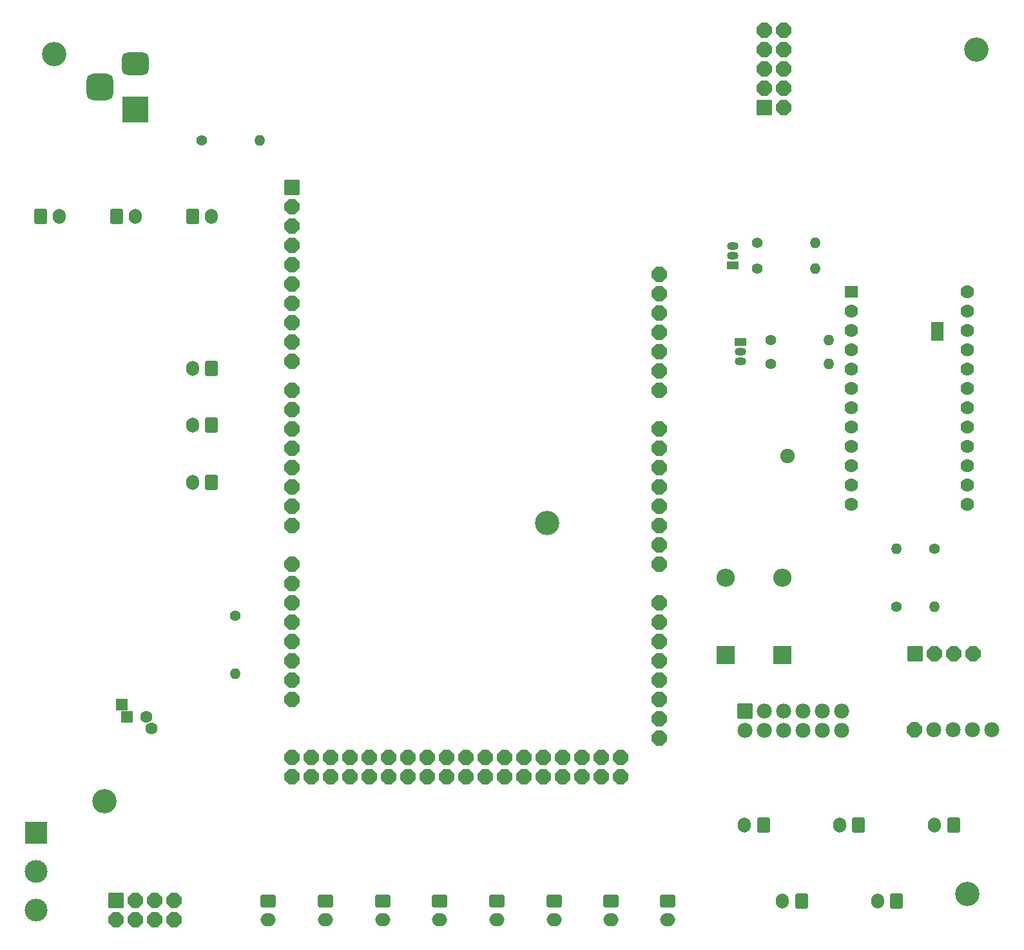
<source format=gbr>
%TF.GenerationSoftware,KiCad,Pcbnew,8.0.6*%
%TF.CreationDate,2025-05-19T18:35:20-06:00*%
%TF.ProjectId,main V5,6d61696e-2056-4352-9e6b-696361645f70,rev?*%
%TF.SameCoordinates,Original*%
%TF.FileFunction,Soldermask,Bot*%
%TF.FilePolarity,Negative*%
%FSLAX46Y46*%
G04 Gerber Fmt 4.6, Leading zero omitted, Abs format (unit mm)*
G04 Created by KiCad (PCBNEW 8.0.6) date 2025-05-19 18:35:20*
%MOMM*%
%LPD*%
G01*
G04 APERTURE LIST*
G04 Aperture macros list*
%AMRoundRect*
0 Rectangle with rounded corners*
0 $1 Rounding radius*
0 $2 $3 $4 $5 $6 $7 $8 $9 X,Y pos of 4 corners*
0 Add a 4 corners polygon primitive as box body*
4,1,4,$2,$3,$4,$5,$6,$7,$8,$9,$2,$3,0*
0 Add four circle primitives for the rounded corners*
1,1,$1+$1,$2,$3*
1,1,$1+$1,$4,$5*
1,1,$1+$1,$6,$7*
1,1,$1+$1,$8,$9*
0 Add four rect primitives between the rounded corners*
20,1,$1+$1,$2,$3,$4,$5,0*
20,1,$1+$1,$4,$5,$6,$7,0*
20,1,$1+$1,$6,$7,$8,$9,0*
20,1,$1+$1,$8,$9,$2,$3,0*%
%AMFreePoly0*
4,1,25,0.427955,0.971196,0.440078,0.960842,0.960842,0.440078,0.989349,0.384130,0.990600,0.368236,0.990600,-0.368236,0.971196,-0.427955,0.960842,-0.440078,0.440078,-0.960842,0.384130,-0.989349,0.368236,-0.990600,-0.368236,-0.990600,-0.427955,-0.971196,-0.440078,-0.960842,-0.960842,-0.440078,-0.989349,-0.384130,-0.990600,-0.368236,-0.990600,0.368236,-0.971196,0.427955,-0.960842,0.440078,
-0.440078,0.960842,-0.384130,0.989349,-0.368236,0.990600,0.368236,0.990600,0.427955,0.971196,0.427955,0.971196,$1*%
G04 Aperture macros list end*
%ADD10C,0.100000*%
%ADD11C,1.400000*%
%ADD12O,1.400000X1.400000*%
%ADD13RoundRect,0.101600X-0.889000X-0.889000X0.889000X-0.889000X0.889000X0.889000X-0.889000X0.889000X0*%
%ADD14FreePoly0,0.000000*%
%ADD15R,3.500000X3.500000*%
%ADD16RoundRect,0.750000X-1.000000X0.750000X-1.000000X-0.750000X1.000000X-0.750000X1.000000X0.750000X0*%
%ADD17RoundRect,0.875000X-0.875000X0.875000X-0.875000X-0.875000X0.875000X-0.875000X0.875000X0.875000X0*%
%ADD18RoundRect,0.250000X-0.750000X0.600000X-0.750000X-0.600000X0.750000X-0.600000X0.750000X0.600000X0*%
%ADD19O,2.000000X1.700000*%
%ADD20C,3.200000*%
%ADD21RoundRect,0.250000X-0.600000X-0.750000X0.600000X-0.750000X0.600000X0.750000X-0.600000X0.750000X0*%
%ADD22O,1.700000X2.000000*%
%ADD23RoundRect,0.250000X0.600000X0.750000X-0.600000X0.750000X-0.600000X-0.750000X0.600000X-0.750000X0*%
%ADD24FreePoly0,90.000000*%
%ADD25RoundRect,0.101600X0.889000X-0.889000X0.889000X0.889000X-0.889000X0.889000X-0.889000X-0.889000X0*%
%ADD26R,2.400000X2.400000*%
%ADD27O,2.400000X2.400000*%
%ADD28RoundRect,0.102000X-0.889000X-0.889000X0.889000X-0.889000X0.889000X0.889000X-0.889000X0.889000X0*%
%ADD29C,1.982000*%
%ADD30R,1.500000X1.050000*%
%ADD31O,1.500000X1.050000*%
%ADD32R,3.000000X3.000000*%
%ADD33C,3.000000*%
%ADD34FreePoly0,180.000000*%
%ADD35RoundRect,0.101600X0.889000X0.889000X-0.889000X0.889000X-0.889000X-0.889000X0.889000X-0.889000X0*%
%ADD36C,1.905000*%
%ADD37R,1.600000X1.600000*%
%ADD38C,1.600000*%
%ADD39R,1.778000X1.524000*%
%ADD40C,1.778000*%
%ADD41C,1.981200*%
G04 APERTURE END LIST*
D10*
X187000000Y-81400000D02*
X188600000Y-81400000D01*
X188600000Y-83800000D01*
X187000000Y-83800000D01*
X187000000Y-81400000D01*
G36*
X187000000Y-81400000D02*
G01*
X188600000Y-81400000D01*
X188600000Y-83800000D01*
X187000000Y-83800000D01*
X187000000Y-81400000D01*
G37*
D11*
%TO.C,R7*%
X164200000Y-71000000D03*
D12*
X171820000Y-71000000D03*
%TD*%
D13*
%TO.C,U$2*%
X184960000Y-125000000D03*
D14*
X187500000Y-125000000D03*
X190040000Y-125000000D03*
X192580000Y-125000000D03*
%TD*%
D11*
%TO.C,Neopixel Resistor1*%
X95600000Y-119990000D03*
D12*
X95600000Y-127610000D03*
%TD*%
D15*
%TO.C,J1*%
X82500000Y-53500000D03*
D16*
X82500000Y-47500000D03*
D17*
X77800000Y-50500000D03*
%TD*%
D18*
%TO.C,SW6*%
X137500000Y-157500000D03*
D19*
X137500000Y-160000000D03*
%TD*%
D18*
%TO.C,SW4*%
X122450000Y-157500000D03*
D19*
X122450000Y-160000000D03*
%TD*%
D18*
%TO.C,SW1*%
X99950000Y-157500000D03*
D19*
X99950000Y-160000000D03*
%TD*%
D20*
%TO.C,H5*%
X191800000Y-156600000D03*
%TD*%
D11*
%TO.C,R2*%
X182500000Y-118810000D03*
D12*
X182500000Y-111190000D03*
%TD*%
D21*
%TO.C,POWER_LED0*%
X90000000Y-67500000D03*
D22*
X92500000Y-67500000D03*
%TD*%
D11*
%TO.C,R6*%
X164190000Y-74400000D03*
D12*
X171810000Y-74400000D03*
%TD*%
D23*
%TO.C,JACK_CON3*%
X177500000Y-147500000D03*
D22*
X175000000Y-147500000D03*
%TD*%
D23*
%TO.C,JACK_CON1*%
X165000000Y-147500000D03*
D22*
X162500000Y-147500000D03*
%TD*%
D23*
%TO.C,SECTION_2_BUTTON0*%
X92500000Y-95000000D03*
D22*
X90000000Y-95000000D03*
%TD*%
D18*
%TO.C,SW5*%
X129950000Y-157500000D03*
D19*
X129950000Y-160000000D03*
%TD*%
D21*
%TO.C,RESET0*%
X80000000Y-67500000D03*
D22*
X82500000Y-67500000D03*
%TD*%
D20*
%TO.C,H2*%
X78400000Y-144400000D03*
%TD*%
D11*
%TO.C,R4*%
X165990000Y-83800000D03*
D12*
X173610000Y-83800000D03*
%TD*%
D21*
%TO.C,PWR_IN0*%
X70000000Y-67500000D03*
D22*
X72500000Y-67500000D03*
%TD*%
D24*
%TO.C,11*%
X167670000Y-43053000D03*
X165130000Y-43053000D03*
D25*
X165130000Y-53213000D03*
D24*
X165130000Y-45593000D03*
X165130000Y-50673000D03*
X167670000Y-45593000D03*
X167670000Y-48133000D03*
X165130000Y-48133000D03*
X167670000Y-53213000D03*
X167670000Y-50673000D03*
%TD*%
D26*
%TO.C,D2*%
X160000000Y-125160000D03*
D27*
X160000000Y-115000000D03*
%TD*%
D18*
%TO.C,SW3*%
X114950000Y-157500000D03*
D19*
X114950000Y-160000000D03*
%TD*%
D23*
%TO.C,JACK_CON5*%
X190000000Y-147500000D03*
D22*
X187500000Y-147500000D03*
%TD*%
D18*
%TO.C,SW2*%
X107450000Y-157500000D03*
D19*
X107450000Y-160000000D03*
%TD*%
D28*
%TO.C,C1*%
X162560000Y-132588000D03*
D29*
X165100000Y-132588000D03*
X167640000Y-132588000D03*
X172720000Y-135128000D03*
X172720000Y-132588000D03*
X175260000Y-132588000D03*
X170180000Y-132588000D03*
X170180000Y-135128000D03*
X162560000Y-135128000D03*
X167640000Y-135128000D03*
X165100000Y-135128000D03*
X175260000Y-135128000D03*
%TD*%
D11*
%TO.C,R1*%
X91190000Y-57500000D03*
D12*
X98810000Y-57500000D03*
%TD*%
D18*
%TO.C,SW8*%
X152450000Y-157500000D03*
D19*
X152450000Y-160000000D03*
%TD*%
D13*
%TO.C,U$4*%
X79960000Y-157460000D03*
D14*
X82500000Y-157460000D03*
X85040000Y-157460000D03*
X87580000Y-157460000D03*
X79960000Y-160000000D03*
X82500000Y-160000000D03*
X85040000Y-160000000D03*
X87580000Y-160000000D03*
%TD*%
D30*
%TO.C,Q2*%
X161000000Y-74000000D03*
D31*
X161000000Y-72730000D03*
X161000000Y-71460000D03*
%TD*%
D18*
%TO.C,SW7*%
X144950000Y-157500000D03*
D19*
X144950000Y-160000000D03*
%TD*%
D32*
%TO.C,X1*%
X69400000Y-148590000D03*
D33*
X69400000Y-153670000D03*
X69400000Y-158750000D03*
%TD*%
D20*
%TO.C,H1*%
X71800000Y-46200000D03*
%TD*%
D34*
%TO.C,U$1*%
X151328500Y-80210000D03*
X151328500Y-82750000D03*
X103068500Y-138630000D03*
X103068500Y-141170000D03*
X151328500Y-95450000D03*
X151328500Y-97990000D03*
X151328500Y-100530000D03*
X151328500Y-103070000D03*
X151328500Y-105610000D03*
X151328500Y-108150000D03*
X151328500Y-110690000D03*
X151328500Y-113230000D03*
X151328500Y-118310000D03*
X151328500Y-120850000D03*
X151328500Y-123390000D03*
X151328500Y-125930000D03*
X151328500Y-128470000D03*
X151328500Y-131010000D03*
X151328500Y-133550000D03*
X151328500Y-136090000D03*
X103068500Y-68780000D03*
X103068500Y-108150000D03*
X103068500Y-105610000D03*
X103068500Y-103070000D03*
X103068500Y-100530000D03*
X103068500Y-97990000D03*
X103068500Y-95450000D03*
X103068500Y-92910000D03*
X103068500Y-90370000D03*
X103068500Y-86560000D03*
X103068500Y-84020000D03*
X103068500Y-81480000D03*
X103068500Y-78940000D03*
X103068500Y-76400000D03*
X103068500Y-73860000D03*
X103068500Y-113230000D03*
X103068500Y-115770000D03*
X103068500Y-118310000D03*
X103068500Y-120850000D03*
X103068500Y-123390000D03*
X103068500Y-125930000D03*
X103068500Y-128470000D03*
X103068500Y-131010000D03*
X105608500Y-138630000D03*
X105608500Y-141170000D03*
X108148500Y-138630000D03*
X108148500Y-141170000D03*
X110688500Y-138630000D03*
X110688500Y-141170000D03*
X113228500Y-138630000D03*
X113228500Y-141170000D03*
X115768500Y-138630000D03*
X115768500Y-141170000D03*
X118308500Y-138630000D03*
X118308500Y-141170000D03*
X120848500Y-138630000D03*
X120848500Y-141170000D03*
X123388500Y-138630000D03*
X123388500Y-141170000D03*
X125928500Y-138630000D03*
X125928500Y-141170000D03*
X128468500Y-138630000D03*
X128468500Y-141170000D03*
X131008500Y-138630000D03*
X131008500Y-141170000D03*
X133548500Y-138630000D03*
X133548500Y-141170000D03*
X136088500Y-138630000D03*
X136088500Y-141170000D03*
X138628500Y-138630000D03*
X138628500Y-141170000D03*
X141168500Y-138630000D03*
X141168500Y-141170000D03*
X143708500Y-138630000D03*
X143708500Y-141170000D03*
X103068500Y-71320000D03*
X151328500Y-87830000D03*
X151328500Y-85290000D03*
X146248500Y-138630000D03*
X146248500Y-141170000D03*
X151328500Y-75130000D03*
X151328500Y-77670000D03*
D35*
X103068500Y-63700000D03*
D34*
X103068500Y-66240000D03*
X151328500Y-90370000D03*
%TD*%
D20*
%TO.C,H3*%
X193000000Y-45600000D03*
%TD*%
D36*
%TO.C,U2*%
X168200000Y-99000000D03*
%TD*%
D23*
%TO.C,JACK_CON2*%
X170000000Y-157500000D03*
D22*
X167500000Y-157500000D03*
%TD*%
D37*
%TO.C,C2*%
X80740126Y-131674000D03*
X81411063Y-133274000D03*
D38*
X83911063Y-133274000D03*
X84582000Y-134874000D03*
%TD*%
D23*
%TO.C,SECTION_1_BUTTON0*%
X92500000Y-102500000D03*
D22*
X90000000Y-102500000D03*
%TD*%
D39*
%TO.C,U1*%
X176530000Y-77470000D03*
D40*
X176530000Y-80010000D03*
X176530000Y-82550000D03*
X176530000Y-85090000D03*
X176530000Y-87630000D03*
X176530000Y-90170000D03*
X176530000Y-92710000D03*
X176530000Y-95250000D03*
X176530000Y-97790000D03*
X176530000Y-100330000D03*
X176530000Y-102870000D03*
X176530000Y-105410000D03*
X191770000Y-105410000D03*
X191770000Y-102870000D03*
X191770000Y-100330000D03*
X191770000Y-97790000D03*
X191770000Y-95250000D03*
X191770000Y-92710000D03*
X191770000Y-90170000D03*
X191770000Y-87630000D03*
X191770000Y-85090000D03*
X191770000Y-82550000D03*
X191770000Y-80010000D03*
X191770000Y-77470000D03*
%TD*%
D23*
%TO.C,JACK_CON4*%
X182500000Y-157500000D03*
D22*
X180000000Y-157500000D03*
%TD*%
D11*
%TO.C,R3*%
X187500000Y-111190000D03*
D12*
X187500000Y-118810000D03*
%TD*%
D30*
%TO.C,Q1*%
X162000000Y-84050000D03*
D31*
X162000000Y-85320000D03*
X162000000Y-86590000D03*
%TD*%
D41*
%TO.C,U$5*%
X192500000Y-135000000D03*
D14*
X184880000Y-135000000D03*
D41*
X187420000Y-135000000D03*
X195040000Y-135000000D03*
X189960000Y-135000000D03*
%TD*%
D23*
%TO.C,SECTION_3_BUTTON0*%
X92500000Y-87500000D03*
D22*
X90000000Y-87500000D03*
%TD*%
D11*
%TO.C,R5*%
X165990000Y-86950000D03*
D12*
X173610000Y-86950000D03*
%TD*%
D26*
%TO.C,D1*%
X167500000Y-125160000D03*
D27*
X167500000Y-115000000D03*
%TD*%
D20*
%TO.C,H4*%
X136600000Y-107800000D03*
%TD*%
M02*

</source>
